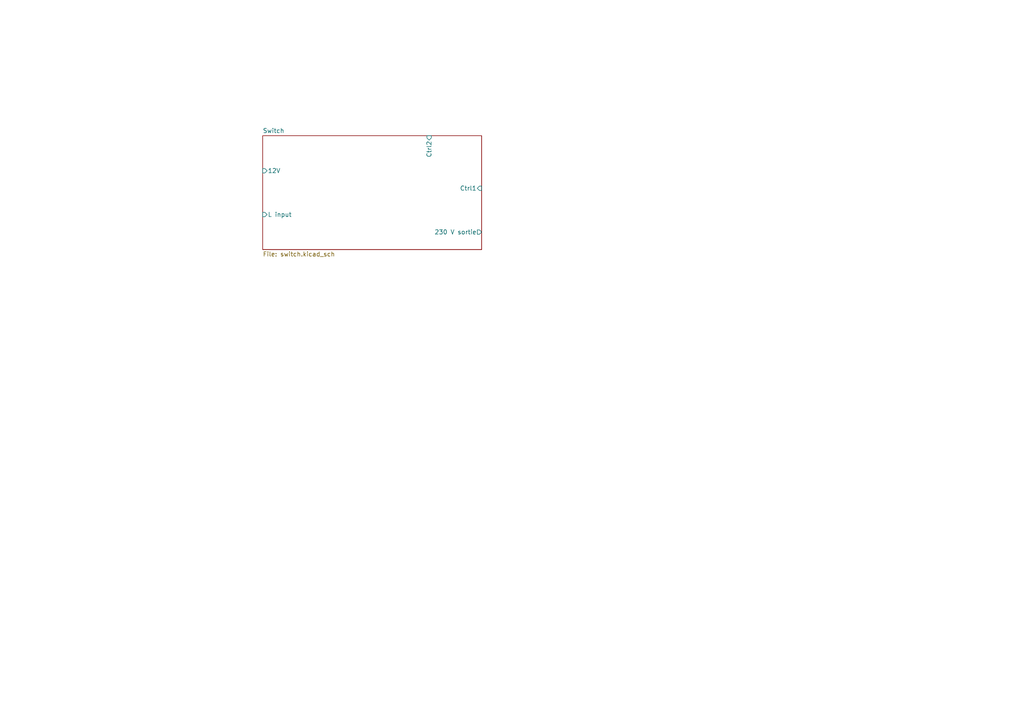
<source format=kicad_sch>
(kicad_sch
	(version 20231120)
	(generator "eeschema")
	(generator_version "8.0")
	(uuid "e671f4d6-f285-4f7c-b45a-f673b76f079d")
	(paper "A4")
	(lib_symbols)
	(sheet
		(at 76.2 39.37)
		(size 63.5 33.02)
		(fields_autoplaced yes)
		(stroke
			(width 0.1524)
			(type solid)
		)
		(fill
			(color 0 0 0 0.0000)
		)
		(uuid "0388f153-f9e7-4558-b979-a036ae17e5f7")
		(property "Sheetname" "Switch"
			(at 76.2 38.6584 0)
			(effects
				(font
					(size 1.27 1.27)
				)
				(justify left bottom)
			)
		)
		(property "Sheetfile" "switch.kicad_sch"
			(at 76.2 72.9746 0)
			(effects
				(font
					(size 1.27 1.27)
				)
				(justify left top)
			)
		)
		(pin "12V" input
			(at 76.2 49.53 180)
			(effects
				(font
					(size 1.27 1.27)
				)
				(justify left)
			)
			(uuid "9d347086-8a50-49d5-9dfa-8fd8a3ed576f")
		)
		(pin "L input" input
			(at 76.2 62.23 180)
			(effects
				(font
					(size 1.27 1.27)
				)
				(justify left)
			)
			(uuid "7beb7ee4-db98-4017-bc68-c62bc549b6a1")
		)
		(pin "230 V sortie" output
			(at 139.7 67.31 0)
			(effects
				(font
					(size 1.27 1.27)
				)
				(justify right)
			)
			(uuid "e1b5ac0e-af39-4a78-aee5-a937adc89cb3")
		)
		(pin "Ctrl1" input
			(at 139.7 54.61 0)
			(effects
				(font
					(size 1.27 1.27)
				)
				(justify right)
			)
			(uuid "21d87ade-2e7c-414c-bc1b-dab62c55c6f7")
		)
		(pin "Ctrl2" input
			(at 124.46 39.37 90)
			(effects
				(font
					(size 1.27 1.27)
				)
				(justify right)
			)
			(uuid "0c0282d0-c746-46cb-9659-6786dec99eed")
		)
		(instances
			(project "FabOS_pwr"
				(path "/e671f4d6-f285-4f7c-b45a-f673b76f079d"
					(page "2")
				)
			)
		)
	)
	(sheet_instances
		(path "/"
			(page "1")
		)
	)
)

</source>
